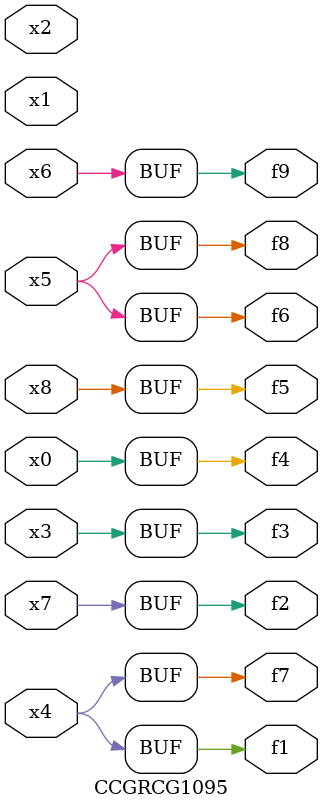
<source format=v>
module CCGRCG1095(
	input x0, x1, x2, x3, x4, x5, x6, x7, x8,
	output f1, f2, f3, f4, f5, f6, f7, f8, f9
);
	assign f1 = x4;
	assign f2 = x7;
	assign f3 = x3;
	assign f4 = x0;
	assign f5 = x8;
	assign f6 = x5;
	assign f7 = x4;
	assign f8 = x5;
	assign f9 = x6;
endmodule

</source>
